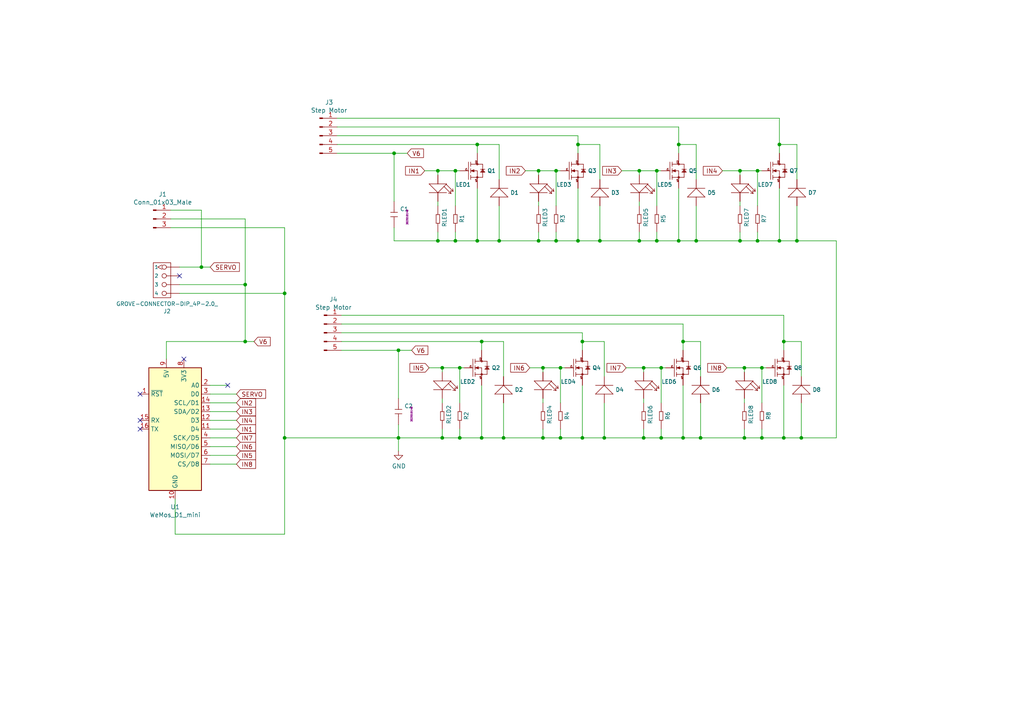
<source format=kicad_sch>
(kicad_sch (version 20231120) (generator "eeschema") (generator_version "8.0")
  (paper "A4")
  (lib_symbols
    (symbol "MCU_Module:WeMos_D1_mini"
      (property "Reference" "U" (at 3.81 19.05 0))
      (property "Value" "WeMos_D1_mini" (at 1.27 -19.05 0))
      (symbol "WeMos_D1_mini_1_1"
        (rectangle (start -7.62 17.78) (end 7.62 -17.78) (stroke (width 0.254)) (fill (type background)))
        (pin input line (at -10.16 10.16 0) (length 2.54) (name "~{RST}") (number "1"))
        (pin power_in line (at 0 -20.32 90) (length 2.54) (name "GND") (number "10"))
        (pin bidirectional line (at 10.16 0 180) (length 2.54) (name "D4") (number "11"))
        (pin bidirectional line (at 10.16 2.54 180) (length 2.54) (name "D3") (number "12"))
        (pin bidirectional line (at 10.16 5.08 180) (length 2.54) (name "SDA/D2") (number "13"))
        (pin bidirectional line (at 10.16 7.62 180) (length 2.54) (name "SCL/D1") (number "14"))
        (pin input line (at -10.16 2.54 0) (length 2.54) (name "RX") (number "15"))
        (pin output line (at -10.16 0 0) (length 2.54) (name "TX") (number "16"))
        (pin input line (at 10.16 12.7 180) (length 2.54) (name "A0") (number "2"))
        (pin bidirectional line (at 10.16 10.16 180) (length 2.54) (name "D0") (number "3"))
        (pin bidirectional line (at 10.16 -2.54 180) (length 2.54) (name "SCK/D5") (number "4"))
        (pin bidirectional line (at 10.16 -5.08 180) (length 2.54) (name "MISO/D6") (number "5"))
        (pin bidirectional line (at 10.16 -7.62 180) (length 2.54) (name "MOSI/D7") (number "6"))
        (pin bidirectional line (at 10.16 -10.16 180) (length 2.54) (name "CS/D8") (number "7"))
        (pin power_out line (at 2.54 20.32 270) (length 2.54) (name "3V3") (number "8"))
        (pin power_in line (at -2.54 20.32 270) (length 2.54) (name "5V") (number "9"))
      )
    )
    (symbol "ULN2803-Mosfet-S2-Mini-rescue:CERAMIC-2.2UF-25V-10%-X7R_0805_-OPL_Capacitor" (pin_numbers hide) (pin_names (offset 1.016) hide)
      (property "Reference" "C" (at -3.81 1.27 0))
      (property "Value" "OPL_Capacitor_CERAMIC-2.2UF-25V-10%-X7R_0805_" (at -3.81 -2.54 0))
      (property "SKU" "302010148" (at 0.762 3.81 0))
      (symbol "CERAMIC-2.2UF-25V-10%-X7R_0805_-OPL_Capacitor_1_0"
        (polyline (pts (xy -1.27 0) (xy -0.635 0)))
        (polyline (pts (xy -0.635 -1.016) (xy -0.635 0)))
        (polyline (pts (xy -0.635 0) (xy -0.635 1.016)))
        (polyline (pts (xy 0.635 0) (xy 0.635 -1.016)))
        (polyline (pts (xy 0.635 0) (xy 1.27 0)))
        (polyline (pts (xy 0.635 1.016) (xy 0.635 0)))
      )
      (symbol "CERAMIC-2.2UF-25V-10%-X7R_0805_-OPL_Capacitor_1_1"
        (pin passive line (at -3.81 0 0) (length 2.54) (name "1") (number "1"))
        (pin passive line (at 3.81 0 180) (length 2.54) (name "2") (number "2"))
      )
    )
    (symbol "ULN2803-Mosfet-S2-Mini-rescue:Conn_01x03_Male-Connector" (pin_names (offset 1.016) hide)
      (property "Reference" "J" (at 0 5.08 0))
      (property "Value" "Connector_Conn_01x03_Male" (at 0 -5.08 0))
      (symbol "Conn_01x03_Male-Connector_1_1"
        (polyline (pts (xy 1.27 -2.54) (xy 0.8636 -2.54)) (stroke (width 0.1524)))
        (polyline (pts (xy 1.27 0) (xy 0.8636 0)) (stroke (width 0.1524)))
        (polyline (pts (xy 1.27 2.54) (xy 0.8636 2.54)) (stroke (width 0.1524)))
        (rectangle (start 0.8636 -2.413) (end 0 -2.667) (stroke (width 0.1524)) (fill (type outline)))
        (rectangle (start 0.8636 0.127) (end 0 -0.127) (stroke (width 0.1524)) (fill (type outline)))
        (rectangle (start 0.8636 2.667) (end 0 2.413) (stroke (width 0.1524)) (fill (type outline)))
        (pin passive line (at 5.08 2.54 180) (length 3.81) (name "Pin_1") (number "1"))
        (pin passive line (at 5.08 0 180) (length 3.81) (name "Pin_2") (number "2"))
        (pin passive line (at 5.08 -2.54 180) (length 3.81) (name "Pin_3") (number "3"))
      )
    )
    (symbol "ULN2803-Mosfet-S2-Mini-rescue:Conn_01x05_Male-Connector" (pin_names (offset 1.016) hide)
      (property "Reference" "J" (at 0 7.62 0))
      (property "Value" "Connector_Conn_01x05_Male" (at 0 -7.62 0))
      (symbol "Conn_01x05_Male-Connector_1_1"
        (polyline (pts (xy 1.27 -5.08) (xy 0.8636 -5.08)) (stroke (width 0.1524)))
        (polyline (pts (xy 1.27 -2.54) (xy 0.8636 -2.54)) (stroke (width 0.1524)))
        (polyline (pts (xy 1.27 0) (xy 0.8636 0)) (stroke (width 0.1524)))
        (polyline (pts (xy 1.27 2.54) (xy 0.8636 2.54)) (stroke (width 0.1524)))
        (polyline (pts (xy 1.27 5.08) (xy 0.8636 5.08)) (stroke (width 0.1524)))
        (rectangle (start 0.8636 -4.953) (end 0 -5.207) (stroke (width 0.1524)) (fill (type outline)))
        (rectangle (start 0.8636 -2.413) (end 0 -2.667) (stroke (width 0.1524)) (fill (type outline)))
        (rectangle (start 0.8636 0.127) (end 0 -0.127) (stroke (width 0.1524)) (fill (type outline)))
        (rectangle (start 0.8636 2.667) (end 0 2.413) (stroke (width 0.1524)) (fill (type outline)))
        (rectangle (start 0.8636 5.207) (end 0 4.953) (stroke (width 0.1524)) (fill (type outline)))
        (pin passive line (at 5.08 5.08 180) (length 3.81) (name "Pin_1") (number "1"))
        (pin passive line (at 5.08 2.54 180) (length 3.81) (name "Pin_2") (number "2"))
        (pin passive line (at 5.08 0 180) (length 3.81) (name "Pin_3") (number "3"))
        (pin passive line (at 5.08 -2.54 180) (length 3.81) (name "Pin_4") (number "4"))
        (pin passive line (at 5.08 -5.08 180) (length 3.81) (name "Pin_5") (number "5"))
      )
    )
    (symbol "ULN2803-Mosfet-S2-Mini-rescue:GROVE-CONNECTOR-DIP_4P-2.0_-OPL_Connector" (pin_numbers hide) (pin_names (offset 1.016))
      (property "Reference" "J" (at -6.35 6.35 0))
      (property "Value" "OPL_Connector_GROVE-CONNECTOR-DIP_4P-2.0_" (at 0 6.35 0))
      (symbol "GROVE-CONNECTOR-DIP_4P-2.0_-OPL_Connector_1_0"
        (polyline (pts (xy -1.27 -5.08) (xy -1.27 5.08)))
        (polyline (pts (xy -1.27 5.08) (xy 3.81 5.08)))
        (polyline (pts (xy 3.81 -5.08) (xy -1.27 -5.08)))
        (polyline (pts (xy 3.81 5.08) (xy 3.81 -5.08)))
      )
      (symbol "GROVE-CONNECTOR-DIP_4P-2.0_-OPL_Connector_1_1"
        (pin bidirectional inverted_clock (at -3.81 3.81 0) (length 5.08) (name "1") (number "1"))
        (pin bidirectional inverted (at -3.81 1.27 0) (length 5.08) (name "2") (number "2"))
        (pin bidirectional inverted (at -3.81 -1.27 0) (length 5.08) (name "3") (number "3"))
        (pin bidirectional inverted (at -3.81 -3.81 0) (length 5.08) (name "4") (number "4"))
      )
    )
    (symbol "ULN2803-Mosfet-S2-Mini-rescue:SMD-DIODE-SCHOTTKY-20V-1A_SOD-123_-OPL_Discrete" (pin_numbers hide) (pin_names (offset 1.016) hide)
      (property "Reference" "D" (at -3.81 2.54 0))
      (property "Value" "OPL_Discrete_SMD-DIODE-SCHOTTKY-20V-1A_SOD-123_" (at -3.81 -3.81 0))
      (symbol "SMD-DIODE-SCHOTTKY-20V-1A_SOD-123_-OPL_Discrete_1_0"
        (polyline (pts (xy -1.27 -2.54) (xy -1.27 2.54)))
        (polyline (pts (xy -1.27 -2.54) (xy 1.27 0)))
        (polyline (pts (xy -1.27 2.54) (xy 1.27 0)))
        (polyline (pts (xy 1.27 2.54) (xy 1.27 -2.54)))
      )
      (symbol "SMD-DIODE-SCHOTTKY-20V-1A_SOD-123_-OPL_Discrete_1_1"
        (pin passive line (at -3.81 0 0) (length 2.54) (name "+") (number "1"))
        (pin passive line (at 3.81 0 180) (length 2.54) (name "-") (number "2"))
      )
    )
    (symbol "ULN2803-Mosfet-S2-Mini-rescue:SMD-LED-CLEAR-RED_0805_-OPL_Opto" (pin_numbers hide) (pin_names (offset 1.016) hide)
      (property "Reference" "D" (at -7.62 1.27 0))
      (property "Value" "OPL_Opto_SMD-LED-CLEAR-RED_0805_" (at -5.08 -5.08 0))
      (symbol "SMD-LED-CLEAR-RED_0805_-OPL_Opto_1_0"
        (polyline (pts (xy -1.27 -2.54) (xy -1.27 2.54)))
        (polyline (pts (xy -1.27 2.54) (xy -1.143 2.413)))
        (polyline (pts (xy -1.143 2.413) (xy -0.508 1.778)))
        (polyline (pts (xy -1.143 2.413) (xy 0.889 4.445)))
        (polyline (pts (xy -0.508 1.778) (xy 1.27 0)))
        (polyline (pts (xy -0.508 1.778) (xy 1.524 3.81)))
        (polyline (pts (xy 0.889 4.445) (xy 0.127 4.318)))
        (polyline (pts (xy 0.889 4.445) (xy 0.762 3.683)))
        (polyline (pts (xy 1.27 0) (xy -1.27 -2.54)))
        (polyline (pts (xy 1.27 2.54) (xy 1.27 -2.54)))
        (polyline (pts (xy 1.524 3.81) (xy 0.762 3.683)))
        (polyline (pts (xy 1.524 3.81) (xy 1.397 3.048)))
      )
      (symbol "SMD-LED-CLEAR-RED_0805_-OPL_Opto_1_1"
        (pin passive line (at -3.81 0 0) (length 2.54) (name "+") (number "1"))
        (pin passive line (at 3.81 0 180) (length 2.54) (name "-") (number "2"))
      )
    )
    (symbol "ULN2803-Mosfet-S2-Mini-rescue:SMD-MOSFET-N-CH-20V-2.1A-CJ2302_SOT-23_-OPL_Discrete" (pin_numbers hide) (pin_names (offset 1.016) hide)
      (property "Reference" "Q" (at -3.81 2.54 0))
      (property "Value" "OPL_Discrete_SMD-MOSFET-N-CH-20V-2.1A-CJ2302_SOT-23_" (at 0 2.54 0))
      (symbol "SMD-MOSFET-N-CH-20V-2.1A-CJ2302_SOT-23_-OPL_Discrete_1_0"
        (polyline (pts (xy -2.54 2.54) (xy -2.54 -2.54)))
        (polyline (pts (xy -1.905 -2.54) (xy -1.905 -1.905)))
        (polyline (pts (xy -1.905 -1.905) (xy -1.905 -1.27)))
        (polyline (pts (xy -1.905 -1.905) (xy 0 -1.905)))
        (polyline (pts (xy -1.905 0) (xy -1.905 -0.635)))
        (polyline (pts (xy -1.905 0) (xy -0.9398 -0.3048)))
        (polyline (pts (xy -1.905 0) (xy -0.9398 0.3048)))
        (polyline (pts (xy -1.905 0.635) (xy -1.905 0)))
        (polyline (pts (xy -1.905 1.905) (xy -1.905 1.27)))
        (polyline (pts (xy -1.905 1.905) (xy 0 1.905)))
        (polyline (pts (xy -1.905 2.54) (xy -1.905 1.905)))
        (polyline (pts (xy -1.5748 0) (xy -0.9398 -0.3048)))
        (polyline (pts (xy -0.9398 -0.3048) (xy -1.397 0.127)))
        (polyline (pts (xy -0.9398 -0.3048) (xy -0.9398 0.3048)))
        (polyline (pts (xy -0.9398 0.3048) (xy -1.5748 0)))
        (polyline (pts (xy 0 -1.905) (xy 0 -2.54)))
        (polyline (pts (xy 0 0) (xy -1.5748 0)))
        (polyline (pts (xy 0 0) (xy 0 -1.905)))
        (polyline (pts (xy 0 1.905) (xy 1.5748 1.905)))
        (polyline (pts (xy 0 2.54) (xy 0 1.905)))
        (polyline (pts (xy 0.9398 -0.4318) (xy 1.5748 0.4318)))
        (polyline (pts (xy 1.27 -0.4318) (xy 0.9398 -0.4318)))
        (polyline (pts (xy 1.5748 -1.905) (xy 0 -1.905)))
        (polyline (pts (xy 1.5748 -1.905) (xy 1.5748 0)))
        (polyline (pts (xy 1.5748 0) (xy 1.27 -0.4318)))
        (polyline (pts (xy 1.5748 0) (xy 1.27 -0.3048)))
        (polyline (pts (xy 1.5748 0) (xy 1.5748 0.4318)))
        (polyline (pts (xy 1.5748 0.4318) (xy 0.9398 0.4318)))
        (polyline (pts (xy 1.5748 0.4318) (xy 1.5748 1.905)))
        (polyline (pts (xy 1.5748 0.4318) (xy 2.2098 -0.4318)))
        (polyline (pts (xy 1.905 -0.4318) (xy 1.27 -0.4318)))
        (polyline (pts (xy 1.905 -0.4318) (xy 1.5748 0)))
        (polyline (pts (xy 1.905 -0.3048) (xy 1.5748 0)))
        (polyline (pts (xy 2.2098 -0.4318) (xy 1.905 -0.4318)))
        (polyline (pts (xy 2.2098 0.4318) (xy 1.5748 0.4318)))
        (text "D" (at -0.3302 2.5146 0) (effects (font (size 0.6604 0.6604))))
        (text "G" (at -3.175 0.3048 0) (effects (font (size 0.6604 0.6604))))
        (text "S" (at -0.3302 -2.8448 0) (effects (font (size 0.6604 0.6604))))
      )
      (symbol "SMD-MOSFET-N-CH-20V-2.1A-CJ2302_SOT-23_-OPL_Discrete_1_1"
        (circle (center 0 -1.905) (radius 0.254))
        (circle (center 0 1.905) (radius 0.254))
        (pin passive line (at -5.08 0 0) (length 2.54) (name "G") (number "1"))
        (pin passive line (at 0 -5.08 90) (length 2.54) (name "S") (number "2"))
        (pin passive line (at 0 5.08 270) (length 2.54) (name "D") (number "3"))
      )
    )
    (symbol "ULN2803-Mosfet-S2-Mini-rescue:SMD-RES-220R-5%-1_8W_0805_-OPL_Resistor" (pin_numbers hide) (pin_names (offset 1.016) hide)
      (property "Reference" "R" (at -3.81 1.27 0))
      (property "Value" "OPL_Resistor_SMD-RES-220R-5%-1_8W_0805_" (at -3.81 -2.54 0))
      (symbol "SMD-RES-220R-5%-1_8W_0805_-OPL_Resistor_1_0"
        (polyline (pts (xy -1.27 -0.508) (xy -1.27 0.508)))
        (polyline (pts (xy -1.27 0.508) (xy 1.27 0.508)))
        (polyline (pts (xy 1.27 -0.508) (xy -1.27 -0.508)))
        (polyline (pts (xy 1.27 0.508) (xy 1.27 -0.508)))
      )
      (symbol "SMD-RES-220R-5%-1_8W_0805_-OPL_Resistor_1_1"
        (pin passive line (at -3.81 0 0) (length 2.54) (name "1") (number "1"))
        (pin passive line (at 3.81 0 180) (length 2.54) (name "2") (number "2"))
      )
    )
    (symbol "ULN2803-Mosfet-S2-Mini-rescue:SMD-RES-4.7K-5%-1_8W_0805_-OPL_Resistor" (pin_numbers hide) (pin_names (offset 1.016) hide)
      (property "Reference" "R" (at -3.81 1.27 0))
      (property "Value" "OPL_Resistor_SMD-RES-4.7K-5%-1_8W_0805_" (at -3.81 -2.54 0))
      (symbol "SMD-RES-4.7K-5%-1_8W_0805_-OPL_Resistor_1_0"
        (polyline (pts (xy -1.27 -0.508) (xy -1.27 0.508)))
        (polyline (pts (xy -1.27 0.508) (xy 1.27 0.508)))
        (polyline (pts (xy 1.27 -0.508) (xy -1.27 -0.508)))
        (polyline (pts (xy 1.27 0.508) (xy 1.27 -0.508)))
      )
      (symbol "SMD-RES-4.7K-5%-1_8W_0805_-OPL_Resistor_1_1"
        (pin passive line (at -3.81 0 0) (length 2.54) (name "1") (number "1"))
        (pin passive line (at 3.81 0 180) (length 2.54) (name "2") (number "2"))
      )
    )
    (symbol "power:GND" (power) (pin_names (offset 0))
      (property "Value" "GND" (at 0 -3.81 0))
      (symbol "GND_0_1"
        (polyline (pts (xy 0 0) (xy 0 -1.27) (xy 1.27 -1.27) (xy 0 -2.54) (xy -1.27 -1.27) (xy 0 -1.27)))
      )
      (symbol "GND_1_1"
        (pin power_in line (at 0 0 270) (length 0) hide (name "GND") (number "1"))
      )
    )
  )
  (junction (at 146.05 127))
  (junction (at 175.26 127))
  (junction (at 115.57 127))
  (junction (at 198.12 99.06))
  (junction (at 115.57 101.6))
  (junction (at 162.56 106.68))
  (junction (at 128.27 106.68))
  (junction (at 185.42 49.53))
  (junction (at 201.93 69.85))
  (junction (at 167.64 69.85))
  (junction (at 215.9 127))
  (junction (at 133.35 106.68))
  (junction (at 82.55 127))
  (junction (at 191.77 127))
  (junction (at 226.06 41.91))
  (junction (at 138.43 41.91))
  (junction (at 162.56 127))
  (junction (at 71.12 99.06))
  (junction (at 128.27 127))
  (junction (at 114.3 44.45))
  (junction (at 220.98 127))
  (junction (at 58.42 77.47))
  (junction (at 196.85 41.91))
  (junction (at 71.12 82.55))
  (junction (at 157.48 106.68))
  (junction (at 127 69.85))
  (junction (at 215.9 106.68))
  (junction (at 127 49.53))
  (junction (at 214.63 49.53))
  (junction (at 186.69 106.68))
  (junction (at 214.63 69.85))
  (junction (at 168.91 127))
  (junction (at 186.69 127))
  (junction (at 138.43 69.85))
  (junction (at 161.29 49.53))
  (junction (at 133.35 127))
  (junction (at 190.5 69.85))
  (junction (at 132.08 69.85))
  (junction (at 219.71 69.85))
  (junction (at 168.91 99.06))
  (junction (at 157.48 127))
  (junction (at 196.85 69.85))
  (junction (at 203.2 127))
  (junction (at 156.21 69.85))
  (junction (at 139.7 127))
  (junction (at 161.29 69.85))
  (junction (at 191.77 106.68))
  (junction (at 185.42 69.85))
  (junction (at 132.08 49.53))
  (junction (at 227.33 99.06))
  (junction (at 190.5 49.53))
  (junction (at 232.41 127))
  (junction (at 139.7 99.06))
  (junction (at 219.71 49.53))
  (junction (at 226.06 69.85))
  (junction (at 220.98 106.68))
  (junction (at 167.64 41.91))
  (junction (at 156.21 49.53))
  (junction (at 82.55 85.09))
  (junction (at 173.99 69.85))
  (junction (at 144.78 69.85))
  (junction (at 231.14 69.85))
  (junction (at 198.12 127))
  (junction (at 227.33 127))
  (no_connect (at 52.07 80.01))
  (no_connect (at 40.64 124.46))
  (no_connect (at 40.64 114.3))
  (no_connect (at 40.64 121.92))
  (no_connect (at 66.04 111.76))
  (no_connect (at 53.34 104.14))
  (wire (pts (xy 146.05 109.22) (xy 146.05 99.06)))
  (wire (pts (xy 48.26 99.06) (xy 48.26 104.14)))
  (wire (pts (xy 138.43 54.61) (xy 138.43 69.85)))
  (wire (pts (xy 201.93 69.85) (xy 214.63 69.85)))
  (wire (pts (xy 119.38 101.6) (xy 115.57 101.6)))
  (wire (pts (xy 190.5 69.85) (xy 196.85 69.85)))
  (wire (pts (xy 201.93 52.07) (xy 201.93 41.91)))
  (wire (pts (xy 139.7 99.06) (xy 99.06 99.06)))
  (wire (pts (xy 168.91 96.52) (xy 99.06 96.52)))
  (wire (pts (xy 144.78 69.85) (xy 138.43 69.85)))
  (wire (pts (xy 161.29 67.31) (xy 161.29 69.85)))
  (wire (pts (xy 128.27 127) (xy 133.35 127)))
  (wire (pts (xy 167.64 41.91) (xy 167.64 44.45)))
  (wire (pts (xy 198.12 93.98) (xy 99.06 93.98)))
  (wire (pts (xy 191.77 124.46) (xy 191.77 127)))
  (wire (pts (xy 68.58 114.3) (xy 60.96 114.3)))
  (wire (pts (xy 127 67.31) (xy 127 69.85)))
  (wire (pts (xy 196.85 36.83) (xy 97.79 36.83)))
  (wire (pts (xy 167.64 54.61) (xy 167.64 69.85)))
  (wire (pts (xy 73.66 99.06) (xy 71.12 99.06)))
  (wire (pts (xy 173.99 59.69) (xy 173.99 69.85)))
  (wire (pts (xy 227.33 127) (xy 232.41 127)))
  (wire (pts (xy 173.99 69.85) (xy 167.64 69.85)))
  (wire (pts (xy 82.55 154.94) (xy 50.8 154.94)))
  (wire (pts (xy 144.78 41.91) (xy 138.43 41.91)))
  (wire (pts (xy 201.93 59.69) (xy 201.93 69.85)))
  (wire (pts (xy 66.04 111.76) (xy 60.96 111.76)))
  (wire (pts (xy 144.78 59.69) (xy 144.78 69.85)))
  (wire (pts (xy 128.27 116.84) (xy 128.27 115.57)))
  (wire (pts (xy 71.12 99.06) (xy 48.26 99.06)))
  (wire (pts (xy 186.69 127) (xy 191.77 127)))
  (wire (pts (xy 219.71 49.53) (xy 220.98 49.53)))
  (wire (pts (xy 49.53 66.04) (xy 82.55 66.04)))
  (wire (pts (xy 203.2 109.22) (xy 203.2 99.06)))
  (wire (pts (xy 60.96 121.92) (xy 68.58 121.92)))
  (wire (pts (xy 52.07 77.47) (xy 58.42 77.47)))
  (wire (pts (xy 82.55 66.04) (xy 82.55 85.09)))
  (wire (pts (xy 181.61 106.68) (xy 186.69 106.68)))
  (wire (pts (xy 124.46 106.68) (xy 128.27 106.68)))
  (wire (pts (xy 115.57 127) (xy 82.55 127)))
  (wire (pts (xy 50.8 144.78) (xy 50.8 154.94)))
  (wire (pts (xy 175.26 127) (xy 186.69 127)))
  (wire (pts (xy 186.69 107.95) (xy 186.69 106.68)))
  (wire (pts (xy 219.71 67.31) (xy 219.71 69.85)))
  (wire (pts (xy 180.34 49.53) (xy 185.42 49.53)))
  (wire (pts (xy 127 50.8) (xy 127 49.53)))
  (wire (pts (xy 156.21 59.69) (xy 156.21 58.42)))
  (wire (pts (xy 175.26 99.06) (xy 168.91 99.06)))
  (wire (pts (xy 156.21 50.8) (xy 156.21 49.53)))
  (wire (pts (xy 133.35 106.68) (xy 134.62 106.68)))
  (wire (pts (xy 219.71 59.69) (xy 219.71 49.53)))
  (wire (pts (xy 232.41 116.84) (xy 232.41 127)))
  (wire (pts (xy 190.5 49.53) (xy 191.77 49.53)))
  (wire (pts (xy 201.93 41.91) (xy 196.85 41.91)))
  (wire (pts (xy 226.06 41.91) (xy 226.06 44.45)))
  (wire (pts (xy 214.63 67.31) (xy 214.63 69.85)))
  (wire (pts (xy 115.57 123.19) (xy 115.57 127)))
  (wire (pts (xy 82.55 127) (xy 82.55 154.94)))
  (wire (pts (xy 127 49.53) (xy 132.08 49.53)))
  (wire (pts (xy 138.43 41.91) (xy 97.79 41.91)))
  (wire (pts (xy 173.99 69.85) (xy 185.42 69.85)))
  (wire (pts (xy 128.27 106.68) (xy 133.35 106.68)))
  (wire (pts (xy 220.98 116.84) (xy 220.98 106.68)))
  (wire (pts (xy 191.77 106.68) (xy 193.04 106.68)))
  (wire (pts (xy 214.63 59.69) (xy 214.63 58.42)))
  (wire (pts (xy 127 59.69) (xy 127 58.42)))
  (wire (pts (xy 132.08 67.31) (xy 132.08 69.85)))
  (wire (pts (xy 133.35 116.84) (xy 133.35 106.68)))
  (wire (pts (xy 157.48 106.68) (xy 162.56 106.68)))
  (wire (pts (xy 157.48 124.46) (xy 157.48 127)))
  (wire (pts (xy 196.85 41.91) (xy 196.85 44.45)))
  (wire (pts (xy 156.21 67.31) (xy 156.21 69.85)))
  (wire (pts (xy 175.26 127) (xy 168.91 127)))
  (wire (pts (xy 185.42 50.8) (xy 185.42 49.53)))
  (wire (pts (xy 203.2 99.06) (xy 198.12 99.06)))
  (wire (pts (xy 157.48 116.84) (xy 157.48 115.57)))
  (wire (pts (xy 186.69 116.84) (xy 186.69 115.57)))
  (wire (pts (xy 139.7 111.76) (xy 139.7 127)))
  (wire (pts (xy 161.29 59.69) (xy 161.29 49.53)))
  (wire (pts (xy 231.14 52.07) (xy 231.14 41.91)))
  (wire (pts (xy 232.41 99.06) (xy 227.33 99.06)))
  (wire (pts (xy 156.21 69.85) (xy 161.29 69.85)))
  (wire (pts (xy 209.55 49.53) (xy 214.63 49.53)))
  (wire (pts (xy 186.69 106.68) (xy 191.77 106.68)))
  (wire (pts (xy 185.42 59.69) (xy 185.42 58.42)))
  (wire (pts (xy 173.99 52.07) (xy 173.99 41.91)))
  (wire (pts (xy 146.05 127) (xy 139.7 127)))
  (wire (pts (xy 198.12 99.06) (xy 198.12 101.6)))
  (wire (pts (xy 168.91 111.76) (xy 168.91 127)))
  (wire (pts (xy 60.96 127) (xy 68.58 127)))
  (wire (pts (xy 214.63 50.8) (xy 214.63 49.53)))
  (wire (pts (xy 138.43 41.91) (xy 138.43 44.45)))
  (wire (pts (xy 144.78 52.07) (xy 144.78 41.91)))
  (wire (pts (xy 146.05 127) (xy 157.48 127)))
  (wire (pts (xy 210.82 106.68) (xy 215.9 106.68)))
  (wire (pts (xy 220.98 127) (xy 227.33 127)))
  (wire (pts (xy 168.91 99.06) (xy 168.91 101.6)))
  (wire (pts (xy 190.5 67.31) (xy 190.5 69.85)))
  (wire (pts (xy 123.19 49.53) (xy 127 49.53)))
  (wire (pts (xy 185.42 67.31) (xy 185.42 69.85)))
  (wire (pts (xy 203.2 127) (xy 198.12 127)))
  (wire (pts (xy 114.3 66.04) (xy 114.3 69.85)))
  (wire (pts (xy 196.85 41.91) (xy 196.85 36.83)))
  (wire (pts (xy 227.33 99.06) (xy 227.33 101.6)))
  (wire (pts (xy 242.57 69.85) (xy 242.57 127)))
  (wire (pts (xy 127 69.85) (xy 132.08 69.85)))
  (wire (pts (xy 220.98 124.46) (xy 220.98 127)))
  (wire (pts (xy 173.99 41.91) (xy 167.64 41.91)))
  (wire (pts (xy 219.71 69.85) (xy 226.06 69.85)))
  (wire (pts (xy 168.91 99.06) (xy 168.91 96.52)))
  (wire (pts (xy 49.53 63.5) (xy 71.12 63.5)))
  (wire (pts (xy 232.41 109.22) (xy 232.41 99.06)))
  (wire (pts (xy 186.69 124.46) (xy 186.69 127)))
  (wire (pts (xy 175.26 109.22) (xy 175.26 99.06)))
  (wire (pts (xy 191.77 127) (xy 198.12 127)))
  (wire (pts (xy 196.85 54.61) (xy 196.85 69.85)))
  (wire (pts (xy 128.27 107.95) (xy 128.27 106.68)))
  (wire (pts (xy 167.64 39.37) (xy 97.79 39.37)))
  (wire (pts (xy 161.29 49.53) (xy 162.56 49.53)))
  (wire (pts (xy 58.42 60.96) (xy 58.42 77.47)))
  (wire (pts (xy 99.06 101.6) (xy 115.57 101.6)))
  (wire (pts (xy 153.67 106.68) (xy 157.48 106.68)))
  (wire (pts (xy 226.06 34.29) (xy 97.79 34.29)))
  (wire (pts (xy 60.96 116.84) (xy 68.58 116.84)))
  (wire (pts (xy 71.12 82.55) (xy 71.12 99.06)))
  (wire (pts (xy 185.42 69.85) (xy 190.5 69.85)))
  (wire (pts (xy 139.7 99.06) (xy 139.7 101.6)))
  (wire (pts (xy 114.3 44.45) (xy 114.3 58.42)))
  (wire (pts (xy 162.56 124.46) (xy 162.56 127)))
  (wire (pts (xy 97.79 44.45) (xy 114.3 44.45)))
  (wire (pts (xy 198.12 99.06) (xy 198.12 93.98)))
  (wire (pts (xy 227.33 99.06) (xy 227.33 91.44)))
  (wire (pts (xy 68.58 119.38) (xy 60.96 119.38)))
  (wire (pts (xy 58.42 77.47) (xy 60.96 77.47)))
  (wire (pts (xy 232.41 127) (xy 242.57 127)))
  (wire (pts (xy 220.98 106.68) (xy 222.25 106.68)))
  (wire (pts (xy 175.26 116.84) (xy 175.26 127)))
  (wire (pts (xy 82.55 85.09) (xy 82.55 127)))
  (wire (pts (xy 68.58 124.46) (xy 60.96 124.46)))
  (wire (pts (xy 226.06 41.91) (xy 226.06 34.29)))
  (wire (pts (xy 162.56 116.84) (xy 162.56 106.68)))
  (wire (pts (xy 146.05 116.84) (xy 146.05 127)))
  (wire (pts (xy 231.14 69.85) (xy 242.57 69.85)))
  (wire (pts (xy 227.33 111.76) (xy 227.33 127)))
  (wire (pts (xy 215.9 106.68) (xy 220.98 106.68)))
  (wire (pts (xy 115.57 130.81) (xy 115.57 127)))
  (wire (pts (xy 157.48 107.95) (xy 157.48 106.68)))
  (wire (pts (xy 215.9 124.46) (xy 215.9 127)))
  (wire (pts (xy 215.9 116.84) (xy 215.9 115.57)))
  (wire (pts (xy 157.48 127) (xy 162.56 127)))
  (wire (pts (xy 231.14 59.69) (xy 231.14 69.85)))
  (wire (pts (xy 68.58 129.54) (xy 60.96 129.54)))
  (wire (pts (xy 132.08 49.53) (xy 133.35 49.53)))
  (wire (pts (xy 198.12 111.76) (xy 198.12 127)))
  (wire (pts (xy 115.57 127) (xy 128.27 127)))
  (wire (pts (xy 49.53 60.96) (xy 58.42 60.96)))
  (wire (pts (xy 231.14 41.91) (xy 226.06 41.91)))
  (wire (pts (xy 215.9 127) (xy 220.98 127)))
  (wire (pts (xy 190.5 59.69) (xy 190.5 49.53)))
  (wire (pts (xy 71.12 63.5) (xy 71.12 82.55)))
  (wire (pts (xy 214.63 49.53) (xy 219.71 49.53)))
  (wire (pts (xy 167.64 41.91) (xy 167.64 39.37)))
  (wire (pts (xy 227.33 91.44) (xy 99.06 91.44)))
  (wire (pts (xy 231.14 69.85) (xy 226.06 69.85)))
  (wire (pts (xy 144.78 69.85) (xy 156.21 69.85)))
  (wire (pts (xy 203.2 127) (xy 215.9 127)))
  (wire (pts (xy 156.21 49.53) (xy 161.29 49.53)))
  (wire (pts (xy 115.57 101.6) (xy 115.57 115.57)))
  (wire (pts (xy 162.56 106.68) (xy 163.83 106.68)))
  (wire (pts (xy 133.35 124.46) (xy 133.35 127)))
  (wire (pts (xy 201.93 69.85) (xy 196.85 69.85)))
  (wire (pts (xy 132.08 69.85) (xy 138.43 69.85)))
  (wire (pts (xy 128.27 124.46) (xy 128.27 127)))
  (wire (pts (xy 60.96 132.08) (xy 68.58 132.08)))
  (wire (pts (xy 146.05 99.06) (xy 139.7 99.06)))
  (wire (pts (xy 203.2 116.84) (xy 203.2 127)))
  (wire (pts (xy 185.42 49.53) (xy 190.5 49.53)))
  (wire (pts (xy 114.3 69.85) (xy 127 69.85)))
  (wire (pts (xy 214.63 69.85) (xy 219.71 69.85)))
  (wire (pts (xy 215.9 107.95) (xy 215.9 106.68)))
  (wire (pts (xy 118.11 44.45) (xy 114.3 44.45)))
  (wire (pts (xy 191.77 116.84) (xy 191.77 106.68)))
  (wire (pts (xy 132.08 59.69) (xy 132.08 49.53)))
  (wire (pts (xy 162.56 127) (xy 168.91 127)))
  (wire (pts (xy 52.07 85.09) (xy 82.55 85.09)))
  (wire (pts (xy 71.12 82.55) (xy 52.07 82.55)))
  (wire (pts (xy 161.29 69.85) (xy 167.64 69.85)))
  (wire (pts (xy 133.35 127) (xy 139.7 127)))
  (wire (pts (xy 60.96 134.62) (xy 68.58 134.62)))
  (wire (pts (xy 152.4 49.53) (xy 156.21 49.53)))
  (wire (pts (xy 226.06 54.61) (xy 226.06 69.85)))
  (global_label "IN5" (shape input) (at 124.46 106.68 180) (property "Intersheetrefs" "${INTERSHEET_REFS}" (effects (hide yes))))
  (global_label "IN3" (shape input) (at 68.58 119.38 0) (property "Intersheetrefs" "${INTERSHEET_REFS}" (effects (hide yes))))
  (global_label "IN3" (shape input) (at 180.34 49.53 180) (property "Intersheetrefs" "${INTERSHEET_REFS}" (effects (hide yes))))
  (global_label "IN2" (shape input) (at 68.58 116.84 0) (property "Intersheetrefs" "${INTERSHEET_REFS}" (effects (hide yes))))
  (global_label "IN7" (shape input) (at 68.58 127 0) (property "Intersheetrefs" "${INTERSHEET_REFS}" (effects (hide yes))))
  (global_label "IN1" (shape input) (at 68.58 124.46 0) (property "Intersheetrefs" "${INTERSHEET_REFS}" (effects (hide yes))))
  (global_label "SERVO" (shape input) (at 68.58 114.3 0) (property "Intersheetrefs" "${INTERSHEET_REFS}" (effects (hide yes))))
  (global_label "IN4" (shape input) (at 68.58 121.92 0) (property "Intersheetrefs" "${INTERSHEET_REFS}" (effects (hide yes))))
  (global_label "IN4" (shape input) (at 209.55 49.53 180) (property "Intersheetrefs" "${INTERSHEET_REFS}" (effects (hide yes))))
  (global_label "SERVO" (shape input) (at 60.96 77.47 0) (property "Intersheetrefs" "${INTERSHEET_REFS}" (effects (hide yes))))
  (global_label "IN1" (shape input) (at 123.19 49.53 180) (property "Intersheetrefs" "${INTERSHEET_REFS}" (effects (hide yes))))
  (global_label "V6" (shape input) (at 73.66 99.06 0) (property "Intersheetrefs" "${INTERSHEET_REFS}" (effects (hide yes))))
  (global_label "IN6" (shape input) (at 153.67 106.68 180) (property "Intersheetrefs" "${INTERSHEET_REFS}" (effects (hide yes))))
  (global_label "IN7" (shape input) (at 181.61 106.68 180) (property "Intersheetrefs" "${INTERSHEET_REFS}" (effects (hide yes))))
  (global_label "IN8" (shape input) (at 68.58 134.62 0) (property "Intersheetrefs" "${INTERSHEET_REFS}" (effects (hide yes))))
  (global_label "IN8" (shape input) (at 210.82 106.68 180) (property "Intersheetrefs" "${INTERSHEET_REFS}" (effects (hide yes))))
  (global_label "V6" (shape input) (at 118.11 44.45 0) (property "Intersheetrefs" "${INTERSHEET_REFS}" (effects (hide yes))))
  (global_label "IN6" (shape input) (at 68.58 129.54 0) (property "Intersheetrefs" "${INTERSHEET_REFS}" (effects (hide yes))))
  (global_label "IN5" (shape input) (at 68.58 132.08 0) (property "Intersheetrefs" "${INTERSHEET_REFS}" (effects (hide yes))))
  (global_label "V6" (shape input) (at 119.38 101.6 0) (property "Intersheetrefs" "${INTERSHEET_REFS}" (effects (hide yes))))
  (global_label "IN2" (shape input) (at 152.4 49.53 180) (property "Intersheetrefs" "${INTERSHEET_REFS}" (effects (hide yes))))
  (symbol (lib_id "ULN2803-Mosfet-S2-Mini-rescue:SMD-LED-CLEAR-RED_0805_-OPL_Opto") (at 157.48 111.76 270) (unit 1)
    (property "Reference" "LED4" (at 162.6362 110.6932 90) (effects (font (size 1.143 1.143)) (justify left)))
    (property "Value" "SMD-LED-CLEAR-RED_0805_" (effects (hide yes)))
    (property "Footprint" "Models:LED-0805" (effects (hide yes)))
    (property "MPN" "17-215SURC_S530-A2_TR8" (effects (hide yes)))
    (property "SKU" "304090046" (effects (hide yes)))
    (property "LCSC" "C2764885" (effects (hide yes)))
  )
  (symbol (lib_id "ULN2803-Mosfet-S2-Mini-rescue:SMD-RES-220R-5%-1_8W_0805_-OPL_Resistor") (at 186.69 120.65 270) (unit 1)
    (property "Reference" "RLED6" (at 188.595 117.475 0) (effects (font (size 1.143 1.143)) (justify left)))
    (property "Value" "SMD-RES-220R-5%-1_8W_0805_" (effects (hide yes)))
    (property "Footprint" "Resistor_SMD:R_0805_2012Metric" (effects (hide yes)))
    (property "MPN" "RC0805JR-07220RL" (effects (hide yes)))
    (property "SKU" "301010315" (effects (hide yes)))
    (property "LCSC" "C365277" (effects (hide yes)))
  )
  (symbol (lib_id "ULN2803-Mosfet-S2-Mini-rescue:SMD-RES-4.7K-5%-1_8W_0805_-OPL_Resistor") (at 220.98 120.65 270) (unit 1)
    (property "Reference" "R8" (at 222.885 119.38 0) (effects (font (size 1.143 1.143)) (justify left)))
    (property "Value" "SMD-RES-4.7K-5%-1_8W_0805_" (effects (hide yes)))
    (property "Footprint" "Resistor_SMD:R_0815_2038Metric" (effects (hide yes)))
    (property "MPN" "RC0805JR-074K7L" (effects (hide yes)))
    (property "SKU" "301010306" (effects (hide yes)))
    (property "LCSC" "C473295" (effects (hide yes)))
  )
  (symbol (lib_id "ULN2803-Mosfet-S2-Mini-rescue:SMD-RES-220R-5%-1_8W_0805_-OPL_Resistor") (at 185.42 63.5 270) (unit 1)
    (property "Reference" "RLED5" (at 187.325 60.325 0) (effects (font (size 1.143 1.143)) (justify left)))
    (property "Value" "SMD-RES-220R-5%-1_8W_0805_" (effects (hide yes)))
    (property "Footprint" "Resistor_SMD:R_0805_2012Metric" (effects (hide yes)))
    (property "MPN" "RC0805JR-07220RL" (effects (hide yes)))
    (property "SKU" "301010315" (effects (hide yes)))
    (property "LCSC" "C365277" (effects (hide yes)))
  )
  (symbol (lib_id "ULN2803-Mosfet-S2-Mini-rescue:SMD-MOSFET-N-CH-20V-2.1A-CJ2302_SOT-23_-OPL_Discrete") (at 167.64 49.53 0) (unit 1)
    (property "Reference" "Q3" (at 170.5356 49.53 0) (effects (font (size 1.143 1.143)) (justify left)))
    (property "Value" "SMD-MOSFET-N-CH-20V-2.1A-CJ2302_SOT-23_" (effects (hide yes)))
    (property "Footprint" "Models:SOT95P240X115-3N" (effects (hide yes)))
    (property "MPN" "CJ2302" (effects (hide yes)))
    (property "SKU" "305030015" (effects (hide yes)))
    (property "LCSC" "C91104" (effects (hide yes)))
  )
  (symbol (lib_id "ULN2803-Mosfet-S2-Mini-rescue:SMD-RES-220R-5%-1_8W_0805_-OPL_Resistor") (at 127 63.5 270) (unit 1)
    (property "Reference" "RLED1" (at 128.905 60.325 0) (effects (font (size 1.143 1.143)) (justify left)))
    (property "Value" "SMD-RES-220R-5%-1_8W_0805_" (effects (hide yes)))
    (property "Footprint" "Resistor_SMD:R_0805_2012Metric" (effects (hide yes)))
    (property "MPN" "RC0805JR-07220RL" (effects (hide yes)))
    (property "SKU" "301010315" (effects (hide yes)))
    (property "LCSC" "C365277" (effects (hide yes)))
  )
  (symbol (lib_id "ULN2803-Mosfet-S2-Mini-rescue:SMD-DIODE-SCHOTTKY-20V-1A_SOD-123_-OPL_Discrete") (at 231.14 55.88 90) (unit 1)
    (property "Reference" "D7" (at 234.3912 55.88 90) (effects (font (size 1.143 1.143)) (justify right)))
    (property "Value" "SMD-DIODE-SCHOTTKY-20V-1A_SOD-123_" (effects (hide yes)))
    (property "Footprint" "Diode_SMD:D_0805_2012Metric" (effects (hide yes)))
    (property "MPN" "B5819W" (effects (hide yes)))
    (property "SKU" "304020034" (effects (hide yes)))
    (property "LCSC" "C84354" (effects (hide yes)))
  )
  (symbol (lib_id "power:GND") (at 115.57 130.81 0) (unit 1)
    (property "Reference" "#PWR01" (effects (hide yes)))
    (property "Value" "GND" (at 115.697 135.2042 0))
    (property "Description" "Power symbol creates a global label with name \"GND\" , ground" (effects (hide yes)))
  )
  (symbol (lib_id "ULN2803-Mosfet-S2-Mini-rescue:SMD-DIODE-SCHOTTKY-20V-1A_SOD-123_-OPL_Discrete") (at 203.2 113.03 90) (unit 1)
    (property "Reference" "D6" (at 206.4512 113.03 90) (effects (font (size 1.143 1.143)) (justify right)))
    (property "Value" "SMD-DIODE-SCHOTTKY-20V-1A_SOD-123_" (effects (hide yes)))
    (property "Footprint" "Diode_SMD:D_0805_2012Metric" (effects (hide yes)))
    (property "MPN" "B5819W" (effects (hide yes)))
    (property "SKU" "304020034" (effects (hide yes)))
    (property "LCSC" "C84354" (effects (hide yes)))
  )
  (symbol (lib_id "ULN2803-Mosfet-S2-Mini-rescue:SMD-MOSFET-N-CH-20V-2.1A-CJ2302_SOT-23_-OPL_Discrete") (at 198.12 106.68 0) (unit 1)
    (property "Reference" "Q6" (at 201.0156 106.68 0) (effects (font (size 1.143 1.143)) (justify left)))
    (property "Value" "SMD-MOSFET-N-CH-20V-2.1A-CJ2302_SOT-23_" (effects (hide yes)))
    (property "Footprint" "Models:SOT95P240X115-3N" (effects (hide yes)))
    (property "MPN" "CJ2302" (effects (hide yes)))
    (property "SKU" "305030015" (effects (hide yes)))
    (property "LCSC" "C91104" (effects (hide yes)))
  )
  (symbol (lib_id "ULN2803-Mosfet-S2-Mini-rescue:SMD-RES-220R-5%-1_8W_0805_-OPL_Resistor") (at 214.63 63.5 270) (unit 1)
    (property "Reference" "RLED7" (at 216.535 60.325 0) (effects (font (size 1.143 1.143)) (justify left)))
    (property "Value" "SMD-RES-220R-5%-1_8W_0805_" (effects (hide yes)))
    (property "Footprint" "Resistor_SMD:R_0805_2012Metric" (effects (hide yes)))
    (property "MPN" "RC0805JR-07220RL" (effects (hide yes)))
    (property "SKU" "301010315" (effects (hide yes)))
    (property "LCSC" "C365277" (effects (hide yes)))
  )
  (symbol (lib_id "ULN2803-Mosfet-S2-Mini-rescue:SMD-RES-4.7K-5%-1_8W_0805_-OPL_Resistor") (at 161.29 63.5 270) (unit 1)
    (property "Reference" "R3" (at 163.195 62.23 0) (effects (font (size 1.143 1.143)) (justify left)))
    (property "Value" "SMD-RES-4.7K-5%-1_8W_0805_" (effects (hide yes)))
    (property "Footprint" "Resistor_SMD:R_0815_2038Metric" (effects (hide yes)))
    (property "MPN" "RC0805JR-074K7L" (effects (hide yes)))
    (property "SKU" "301010306" (effects (hide yes)))
    (property "LCSC" "C473295" (effects (hide yes)))
  )
  (symbol (lib_id "ULN2803-Mosfet-S2-Mini-rescue:SMD-LED-CLEAR-RED_0805_-OPL_Opto") (at 214.63 54.61 270) (unit 1)
    (property "Reference" "LED7" (at 219.7862 53.5432 90) (effects (font (size 1.143 1.143)) (justify left)))
    (property "Value" "SMD-LED-CLEAR-RED_0805_" (effects (hide yes)))
    (property "Footprint" "Models:LED-0805" (effects (hide yes)))
    (property "MPN" "17-215SURC_S530-A2_TR8" (effects (hide yes)))
    (property "SKU" "304090046" (effects (hide yes)))
    (property "LCSC" "C2764885" (effects (hide yes)))
  )
  (symbol (lib_id "ULN2803-Mosfet-S2-Mini-rescue:SMD-DIODE-SCHOTTKY-20V-1A_SOD-123_-OPL_Discrete") (at 201.93 55.88 90) (unit 1)
    (property "Reference" "D5" (at 205.1812 55.88 90) (effects (font (size 1.143 1.143)) (justify right)))
    (property "Value" "SMD-DIODE-SCHOTTKY-20V-1A_SOD-123_" (effects (hide yes)))
    (property "Footprint" "Diode_SMD:D_0805_2012Metric" (effects (hide yes)))
    (property "MPN" "B5819W" (effects (hide yes)))
    (property "SKU" "304020034" (effects (hide yes)))
    (property "LCSC" "C84354" (effects (hide yes)))
  )
  (symbol (lib_id "ULN2803-Mosfet-S2-Mini-rescue:SMD-MOSFET-N-CH-20V-2.1A-CJ2302_SOT-23_-OPL_Discrete") (at 227.33 106.68 0) (unit 1)
    (property "Reference" "Q8" (at 230.2256 106.68 0) (effects (font (size 1.143 1.143)) (justify left)))
    (property "Value" "SMD-MOSFET-N-CH-20V-2.1A-CJ2302_SOT-23_" (effects (hide yes)))
    (property "Footprint" "Models:SOT95P240X115-3N" (effects (hide yes)))
    (property "MPN" "CJ2302" (effects (hide yes)))
    (property "SKU" "305030015" (effects (hide yes)))
    (property "LCSC" "C91104" (effects (hide yes)))
  )
  (symbol (lib_id "ULN2803-Mosfet-S2-Mini-rescue:SMD-RES-220R-5%-1_8W_0805_-OPL_Resistor") (at 157.48 120.65 270) (unit 1)
    (property "Reference" "RLED4" (at 159.385 117.475 0) (effects (font (size 1.143 1.143)) (justify left)))
    (property "Value" "SMD-RES-220R-5%-1_8W_0805_" (effects (hide yes)))
    (property "Footprint" "Resistor_SMD:R_0805_2012Metric" (effects (hide yes)))
    (property "MPN" "RC0805JR-07220RL" (effects (hide yes)))
    (property "SKU" "301010315" (effects (hide yes)))
    (property "LCSC" "C365277" (effects (hide yes)))
  )
  (symbol (lib_id "ULN2803-Mosfet-S2-Mini-rescue:SMD-DIODE-SCHOTTKY-20V-1A_SOD-123_-OPL_Discrete") (at 173.99 55.88 90) (unit 1)
    (property "Reference" "D3" (at 177.2412 55.88 90) (effects (font (size 1.143 1.143)) (justify right)))
    (property "Value" "SMD-DIODE-SCHOTTKY-20V-1A_SOD-123_" (effects (hide yes)))
    (property "Footprint" "Diode_SMD:D_0805_2012Metric" (effects (hide yes)))
    (property "MPN" "B5819W" (effects (hide yes)))
    (property "SKU" "304020034" (effects (hide yes)))
    (property "LCSC" "C84354" (effects (hide yes)))
  )
  (symbol (lib_id "ULN2803-Mosfet-S2-Mini-rescue:Conn_01x03_Male-Connector") (at 44.45 63.5 0) (unit 1)
    (property "Reference" "J1" (at 47.1932 56.3626 0))
    (property "Value" "Conn_01x03_Male" (at 47.1932 58.674 0))
    (property "Footprint" "Connector_PinHeader_2.54mm:PinHeader_1x03_P2.54mm_Vertical" (effects (hide yes)))
  )
  (symbol (lib_id "ULN2803-Mosfet-S2-Mini-rescue:SMD-RES-4.7K-5%-1_8W_0805_-OPL_Resistor") (at 191.77 120.65 270) (unit 1)
    (property "Reference" "R6" (at 193.675 119.38 0) (effects (font (size 1.143 1.143)) (justify left)))
    (property "Value" "SMD-RES-4.7K-5%-1_8W_0805_" (effects (hide yes)))
    (property "Footprint" "Resistor_SMD:R_0815_2038Metric" (effects (hide yes)))
    (property "MPN" "RC0805JR-074K7L" (effects (hide yes)))
    (property "SKU" "301010306" (effects (hide yes)))
    (property "LCSC" "C473295" (effects (hide yes)))
  )
  (symbol (lib_id "ULN2803-Mosfet-S2-Mini-rescue:Conn_01x05_Male-Connector") (at 93.98 96.52 0) (unit 1)
    (property "Reference" "J4" (at 96.7232 86.8426 0))
    (property "Value" "Step Motor" (at 96.7232 89.154 0))
    (property "Footprint" "Connector_JST:JST_EH_B5B-EH-A_1x05_P2.50mm_Vertical" (effects (hide yes)))
  )
  (symbol (lib_id "ULN2803-Mosfet-S2-Mini-rescue:CERAMIC-2.2UF-25V-10%-X7R_0805_-OPL_Capacitor") (at 115.57 119.38 270) (unit 1)
    (property "Reference" "C2" (at 117.2972 117.7798 90) (effects (font (size 1.143 1.143)) (justify left)))
    (property "Value" "CERAMIC-10UF-10V-10%-X7R_0805_" (effects (hide yes)))
    (property "Footprint" "Capacitor_SMD:C_0805_2012Metric" (effects (hide yes)))
    (property "MPN" "CC0805KKX7R8BB225" (effects (hide yes)))
    (property "SKU" "302010148" (at 119.38 120.142 0) (effects (font (size 0.508 0.508))))
    (property "LCSC" "C126586" (effects (hide yes)))
  )
  (symbol (lib_id "ULN2803-Mosfet-S2-Mini-rescue:SMD-RES-220R-5%-1_8W_0805_-OPL_Resistor") (at 128.27 120.65 270) (unit 1)
    (property "Reference" "RLED2" (at 130.175 117.475 0) (effects (font (size 1.143 1.143)) (justify left)))
    (property "Value" "SMD-RES-220R-5%-1_8W_0805_" (effects (hide yes)))
    (property "Footprint" "Resistor_SMD:R_0805_2012Metric" (effects (hide yes)))
    (property "MPN" "RC0805JR-07220RL" (effects (hide yes)))
    (property "SKU" "301010315" (effects (hide yes)))
    (property "LCSC" "C365277" (effects (hide yes)))
  )
  (symbol (lib_id "ULN2803-Mosfet-S2-Mini-rescue:SMD-RES-4.7K-5%-1_8W_0805_-OPL_Resistor") (at 219.71 63.5 270) (unit 1)
    (property "Reference" "R7" (at 221.615 62.23 0) (effects (font (size 1.143 1.143)) (justify left)))
    (property "Value" "SMD-RES-4.7K-5%-1_8W_0805_" (effects (hide yes)))
    (property "Footprint" "Resistor_SMD:R_0815_2038Metric" (effects (hide yes)))
    (property "MPN" "RC0805JR-074K7L" (effects (hide yes)))
    (property "SKU" "301010306" (effects (hide yes)))
    (property "LCSC" "C473295" (effects (hide yes)))
  )
  (symbol (lib_id "ULN2803-Mosfet-S2-Mini-rescue:Conn_01x05_Male-Connector") (at 92.71 39.37 0) (unit 1)
    (property "Reference" "J3" (at 95.4532 29.6926 0))
    (property "Value" "Step Motor" (at 95.4532 32.004 0))
    (property "Footprint" "Connector_JST:JST_EH_B5B-EH-A_1x05_P2.50mm_Vertical" (effects (hide yes)))
  )
  (symbol (lib_id "ULN2803-Mosfet-S2-Mini-rescue:SMD-MOSFET-N-CH-20V-2.1A-CJ2302_SOT-23_-OPL_Discrete") (at 196.85 49.53 0) (unit 1)
    (property "Reference" "Q5" (at 199.7456 49.53 0) (effects (font (size 1.143 1.143)) (justify left)))
    (property "Value" "SMD-MOSFET-N-CH-20V-2.1A-CJ2302_SOT-23_" (effects (hide yes)))
    (property "Footprint" "Models:SOT95P240X115-3N" (effects (hide yes)))
    (property "MPN" "CJ2302" (effects (hide yes)))
    (property "SKU" "305030015" (effects (hide yes)))
    (property "LCSC" "C91104" (effects (hide yes)))
  )
  (symbol (lib_id "ULN2803-Mosfet-S2-Mini-rescue:CERAMIC-2.2UF-25V-10%-X7R_0805_-OPL_Capacitor") (at 114.3 62.23 270) (unit 1)
    (property "Reference" "C1" (at 116.0272 60.6298 90) (effects (font (size 1.143 1.143)) (justify left)))
    (property "Value" "CERAMIC-10UF-10V-10%-X7R_0805_" (effects (hide yes)))
    (property "Footprint" "Capacitor_SMD:C_0805_2012Metric" (effects (hide yes)))
    (property "MPN" "CC0805KKX7R8BB225" (effects (hide yes)))
    (property "SKU" "302010148" (at 118.11 62.992 0) (effects (font (size 0.508 0.508))))
    (property "LCSC" "C126586" (effects (hide yes)))
  )
  (symbol (lib_id "ULN2803-Mosfet-S2-Mini-rescue:SMD-DIODE-SCHOTTKY-20V-1A_SOD-123_-OPL_Discrete") (at 175.26 113.03 90) (unit 1)
    (property "Reference" "D4" (at 178.5112 113.03 90) (effects (font (size 1.143 1.143)) (justify right)))
    (property "Value" "SMD-DIODE-SCHOTTKY-20V-1A_SOD-123_" (effects (hide yes)))
    (property "Footprint" "Diode_SMD:D_0805_2012Metric" (effects (hide yes)))
    (property "MPN" "B5819W" (effects (hide yes)))
    (property "SKU" "304020034" (effects (hide yes)))
    (property "LCSC" "C84354" (effects (hide yes)))
  )
  (symbol (lib_id "ULN2803-Mosfet-S2-Mini-rescue:SMD-MOSFET-N-CH-20V-2.1A-CJ2302_SOT-23_-OPL_Discrete") (at 226.06 49.53 0) (unit 1)
    (property "Reference" "Q7" (at 228.9556 49.53 0) (effects (font (size 1.143 1.143)) (justify left)))
    (property "Value" "SMD-MOSFET-N-CH-20V-2.1A-CJ2302_SOT-23_" (effects (hide yes)))
    (property "Footprint" "Models:SOT95P240X115-3N" (effects (hide yes)))
    (property "MPN" "CJ2302" (effects (hide yes)))
    (property "SKU" "305030015" (effects (hide yes)))
    (property "LCSC" "C91104" (effects (hide yes)))
  )
  (symbol (lib_id "ULN2803-Mosfet-S2-Mini-rescue:SMD-LED-CLEAR-RED_0805_-OPL_Opto") (at 186.69 111.76 270) (unit 1)
    (property "Reference" "LED6" (at 191.8462 110.6932 90) (effects (font (size 1.143 1.143)) (justify left)))
    (property "Value" "SMD-LED-CLEAR-RED_0805_" (effects (hide yes)))
    (property "Footprint" "Models:LED-0805" (effects (hide yes)))
    (property "MPN" "17-215SURC_S530-A2_TR8" (effects (hide yes)))
    (property "SKU" "304090046" (effects (hide yes)))
    (property "LCSC" "C2764885" (effects (hide yes)))
  )
  (symbol (lib_id "ULN2803-Mosfet-S2-Mini-rescue:SMD-LED-CLEAR-RED_0805_-OPL_Opto") (at 215.9 111.76 270) (unit 1)
    (property "Reference" "LED8" (at 221.0562 110.6932 90) (effects (font (size 1.143 1.143)) (justify left)))
    (property "Value" "SMD-LED-CLEAR-RED_0805_" (effects (hide yes)))
    (property "Footprint" "Models:LED-0805" (effects (hide yes)))
    (property "MPN" "17-215SURC_S530-A2_TR8" (effects (hide yes)))
    (property "SKU" "304090046" (effects (hide yes)))
    (property "LCSC" "C2764885" (effects (hide yes)))
  )
  (symbol (lib_id "ULN2803-Mosfet-S2-Mini-rescue:SMD-RES-4.7K-5%-1_8W_0805_-OPL_Resistor") (at 133.35 120.65 270) (unit 1)
    (property "Reference" "R2" (at 135.255 119.38 0) (effects (font (size 1.143 1.143)) (justify left)))
    (property "Value" "SMD-RES-4.7K-5%-1_8W_0805_" (effects (hide yes)))
    (property "Footprint" "Resistor_SMD:R_0815_2038Metric" (effects (hide yes)))
    (property "MPN" "RC0805JR-074K7L" (effects (hide yes)))
    (property "SKU" "301010306" (effects (hide yes)))
    (property "LCSC" "C473295" (effects (hide yes)))
  )
  (symbol (lib_id "ULN2803-Mosfet-S2-Mini-rescue:SMD-MOSFET-N-CH-20V-2.1A-CJ2302_SOT-23_-OPL_Discrete") (at 138.43 49.53 0) (unit 1)
    (property "Reference" "Q1" (at 141.3256 49.53 0) (effects (font (size 1.143 1.143)) (justify left)))
    (property "Value" "SMD-MOSFET-N-CH-20V-2.1A-CJ2302_SOT-23_" (effects (hide yes)))
    (property "Footprint" "Models:SOT95P240X115-3N" (effects (hide yes)))
    (property "MPN" "CJ2302" (effects (hide yes)))
    (property "SKU" "305030015" (effects (hide yes)))
    (property "LCSC" "C91104" (effects (hide yes)))
  )
  (symbol (lib_id "ULN2803-Mosfet-S2-Mini-rescue:GROVE-CONNECTOR-DIP_4P-2.0_-OPL_Connector") (at 48.26 81.28 0) (mirror y) (unit 1)
    (property "Reference" "J2" (at 48.4632 90.2716 0) (effects (font (size 1.143 1.143))))
    (property "Value" "GROVE-CONNECTOR-DIP_4P-2.0_" (at 48.4632 88.138 0) (effects (font (size 1.143 1.143))))
    (property "Footprint" "Connector_PinHeader_2.54mm:PinHeader_1x04_P2.54mm_Horizontal" (effects (hide yes)))
    (property "SKU" "320110033" (effects (hide yes)))
  )
  (symbol (lib_id "ULN2803-Mosfet-S2-Mini-rescue:SMD-MOSFET-N-CH-20V-2.1A-CJ2302_SOT-23_-OPL_Discrete") (at 168.91 106.68 0) (unit 1)
    (property "Reference" "Q4" (at 171.8056 106.68 0) (effects (font (size 1.143 1.143)) (justify left)))
    (property "Value" "SMD-MOSFET-N-CH-20V-2.1A-CJ2302_SOT-23_" (effects (hide yes)))
    (property "Footprint" "Models:SOT95P240X115-3N" (effects (hide yes)))
    (property "MPN" "CJ2302" (effects (hide yes)))
    (property "SKU" "305030015" (effects (hide yes)))
    (property "LCSC" "C91104" (effects (hide yes)))
  )
  (symbol (lib_id "ULN2803-Mosfet-S2-Mini-rescue:SMD-LED-CLEAR-RED_0805_-OPL_Opto") (at 127 54.61 270) (unit 1)
    (property "Reference" "LED1" (at 132.1562 53.5432 90) (effects (font (size 1.143 1.143)) (justify left)))
    (property "Value" "SMD-LED-CLEAR-RED_0805_" (effects (hide yes)))
    (property "Footprint" "Models:LED-0805" (effects (hide yes)))
    (property "MPN" "17-215SURC_S530-A2_TR8" (effects (hide yes)))
    (property "SKU" "304090046" (effects (hide yes)))
    (property "LCSC" "C2764885" (effects (hide yes)))
  )
  (symbol (lib_id "ULN2803-Mosfet-S2-Mini-rescue:SMD-DIODE-SCHOTTKY-20V-1A_SOD-123_-OPL_Discrete") (at 232.41 113.03 90) (unit 1)
    (property "Reference" "D8" (at 235.6612 113.03 90) (effects (font (size 1.143 1.143)) (justify right)))
    (property "Value" "SMD-DIODE-SCHOTTKY-20V-1A_SOD-123_" (effects (hide yes)))
    (property "Footprint" "Diode_SMD:D_0805_2012Metric" (effects (hide yes)))
    (property "MPN" "B5819W" (effects (hide yes)))
    (property "SKU" "304020034" (effects (hide yes)))
    (property "LCSC" "C84354" (effects (hide yes)))
  )
  (symbol (lib_id "ULN2803-Mosfet-S2-Mini-rescue:SMD-LED-CLEAR-RED_0805_-OPL_Opto") (at 128.27 111.76 270) (unit 1)
    (property "Reference" "LED2" (at 133.4262 110.6932 90) (effects (font (size 1.143 1.143)) (justify left)))
    (property "Value" "SMD-LED-CLEAR-RED_0805_" (effects (hide yes)))
    (property "Footprint" "Models:LED-0805" (effects (hide yes)))
    (property "MPN" "17-215SURC_S530-A2_TR8" (effects (hide yes)))
    (property "SKU" "304090046" (effects (hide yes)))
    (property "LCSC" "C2764885" (effects (hide yes)))
  )
  (symbol (lib_id "ULN2803-Mosfet-S2-Mini-rescue:SMD-RES-220R-5%-1_8W_0805_-OPL_Resistor") (at 215.9 120.65 270) (unit 1)
    (property "Reference" "RLED8" (at 217.805 117.475 0) (effects (font (size 1.143 1.143)) (justify left)))
    (property "Value" "SMD-RES-220R-5%-1_8W_0805_" (effects (hide yes)))
    (property "Footprint" "Resistor_SMD:R_0805_2012Metric" (effects (hide yes)))
    (property "MPN" "RC0805JR-07220RL" (effects (hide yes)))
    (property "SKU" "301010315" (effects (hide yes)))
    (property "LCSC" "C365277" (effects (hide yes)))
  )
  (symbol (lib_id "ULN2803-Mosfet-S2-Mini-rescue:SMD-RES-4.7K-5%-1_8W_0805_-OPL_Resistor") (at 132.08 63.5 270) (unit 1)
    (property "Reference" "R1" (at 133.985 62.23 0) (effects (font (size 1.143 1.143)) (justify left)))
    (property "Value" "SMD-RES-4.7K-5%-1_8W_0805_" (effects (hide yes)))
    (property "Footprint" "Resistor_SMD:R_0815_2038Metric" (effects (hide yes)))
    (property "MPN" "RC0805JR-074K7L" (effects (hide yes)))
    (property "SKU" "301010306" (effects (hide yes)))
    (property "LCSC" "C473295" (effects (hide yes)))
  )
  (symbol (lib_id "ULN2803-Mosfet-S2-Mini-rescue:SMD-LED-CLEAR-RED_0805_-OPL_Opto") (at 156.21 54.61 270) (unit 1)
    (property "Reference" "LED3" (at 161.3662 53.5432 90) (effects (font (size 1.143 1.143)) (justify left)))
    (property "Value" "SMD-LED-CLEAR-RED_0805_" (effects (hide yes)))
    (property "Footprint" "Models:LED-0805" (effects (hide yes)))
    (property "MPN" "17-215SURC_S530-A2_TR8" (effects (hide yes)))
    (property "SKU" "304090046" (effects (hide yes)))
    (property "LCSC" "C2764885" (effects (hide yes)))
  )
  (symbol (lib_id "ULN2803-Mosfet-S2-Mini-rescue:SMD-DIODE-SCHOTTKY-20V-1A_SOD-123_-OPL_Discrete") (at 146.05 113.03 90) (unit 1)
    (property "Reference" "D2" (at 149.3012 113.03 90) (effects (font (size 1.143 1.143)) (justify right)))
    (property "Value" "SMD-DIODE-SCHOTTKY-20V-1A_SOD-123_" (effects (hide yes)))
    (property "Footprint" "Diode_SMD:D_0805_2012Metric" (effects (hide yes)))
    (property "MPN" "B5819W" (effects (hide yes)))
    (property "SKU" "304020034" (effects (hide yes)))
    (property "LCSC" "C84354" (effects (hide yes)))
  )
  (symbol (lib_id "ULN2803-Mosfet-S2-Mini-rescue:SMD-MOSFET-N-CH-20V-2.1A-CJ2302_SOT-23_-OPL_Discrete") (at 139.7 106.68 0) (unit 1)
    (property "Reference" "Q2" (at 142.5956 106.68 0) (effects (font (size 1.143 1.143)) (justify left)))
    (property "Value" "SMD-MOSFET-N-CH-20V-2.1A-CJ2302_SOT-23_" (effects (hide yes)))
    (property "Footprint" "Models:SOT95P240X115-3N" (effects (hide yes)))
    (property "MPN" "CJ2302" (effects (hide yes)))
    (property "SKU" "305030015" (effects (hide yes)))
    (property "LCSC" "C91104" (effects (hide yes)))
  )
  (symbol (lib_id "ULN2803-Mosfet-S2-Mini-rescue:SMD-DIODE-SCHOTTKY-20V-1A_SOD-123_-OPL_Discrete") (at 144.78 55.88 90) (unit 1)
    (property "Reference" "D1" (at 148.0312 55.88 90) (effects (font (size 1.143 1.143)) (justify right)))
    (property "Value" "SMD-DIODE-SCHOTTKY-20V-1A_SOD-123_" (effects (hide yes)))
    (property "Footprint" "Diode_SMD:D_0805_2012Metric" (effects (hide yes)))
    (property "MPN" "B5819W" (effects (hide yes)))
    (property "SKU" "304020034" (effects (hide yes)))
    (property "LCSC" "C84354" (effects (hide yes)))
  )
  (symbol (lib_id "ULN2803-Mosfet-S2-Mini-rescue:SMD-RES-220R-5%-1_8W_0805_-OPL_Resistor") (at 156.21 63.5 270) (unit 1)
    (property "Reference" "RLED3" (at 158.115 60.325 0) (effects (font (size 1.143 1.143)) (justify left)))
    (property "Value" "SMD-RES-220R-5%-1_8W_0805_" (effects (hide yes)))
    (property "Footprint" "Resistor_SMD:R_0805_2012Metric" (effects (hide yes)))
    (property "MPN" "RC0805JR-07220RL" (effects (hide yes)))
    (property "SKU" "301010315" (effects (hide yes)))
    (property "LCSC" "C365277" (effects (hide yes)))
  )
  (symbol (lib_id "ULN2803-Mosfet-S2-Mini-rescue:SMD-RES-4.7K-5%-1_8W_0805_-OPL_Resistor") (at 190.5 63.5 270) (unit 1)
    (property "Reference" "R5" (at 192.405 62.23 0) (effects (font (size 1.143 1.143)) (justify left)))
    (property "Value" "SMD-RES-4.7K-5%-1_8W_0805_" (effects (hide yes)))
    (property "Footprint" "Resistor_SMD:R_0815_2038Metric" (effects (hide yes)))
    (property "MPN" "RC0805JR-074K7L" (effects (hide yes)))
    (property "SKU" "301010306" (effects (hide yes)))
    (property "LCSC" "C473295" (effects (hide yes)))
  )
  (symbol (lib_id "ULN2803-Mosfet-S2-Mini-rescue:SMD-RES-4.7K-5%-1_8W_0805_-OPL_Resistor") (at 162.56 120.65 270) (unit 1)
    (property "Reference" "R4" (at 164.465 119.38 0) (effects (font (size 1.143 1.143)) (justify left)))
    (property "Value" "SMD-RES-4.7K-5%-1_8W_0805_" (effects (hide yes)))
    (property "Footprint" "Resistor_SMD:R_0815_2038Metric" (effects (hide yes)))
    (property "MPN" "RC0805JR-074K7L" (effects (hide yes)))
    (property "SKU" "301010306" (effects (hide yes)))
    (property "LCSC" "C473295" (effects (hide yes)))
  )
  (symbol (lib_id "MCU_Module:WeMos_D1_mini") (at 50.8 124.46 0) (unit 1)
    (property "Reference" "U1" (at 50.8 147.0406 0))
    (property "Value" "WeMos_D1_mini" (at 50.8 149.352 0))
    (property "Footprint" "Module:WEMOS_D1_mini_light" (effects (hide yes)))
    (property "Datasheet" "https://wiki.wemos.cc/products:d1:d1_mini#documentation" (effects (hide yes)))
    (property "Description" "32-bit microcontroller module with WiFi" (effects (hide yes)))
  )
  (symbol (lib_id "ULN2803-Mosfet-S2-Mini-rescue:SMD-LED-CLEAR-RED_0805_-OPL_Opto") (at 185.42 54.61 270) (unit 1)
    (property "Reference" "LED5" (at 190.5762 53.5432 90) (effects (font (size 1.143 1.143)) (justify left)))
    (property "Value" "SMD-LED-CLEAR-RED_0805_" (effects (hide yes)))
    (property "Footprint" "Models:LED-0805" (effects (hide yes)))
    (property "MPN" "17-215SURC_S530-A2_TR8" (effects (hide yes)))
    (property "SKU" "304090046" (effects (hide yes)))
    (property "LCSC" "C2764885" (effects (hide yes)))
  )
)
</source>
